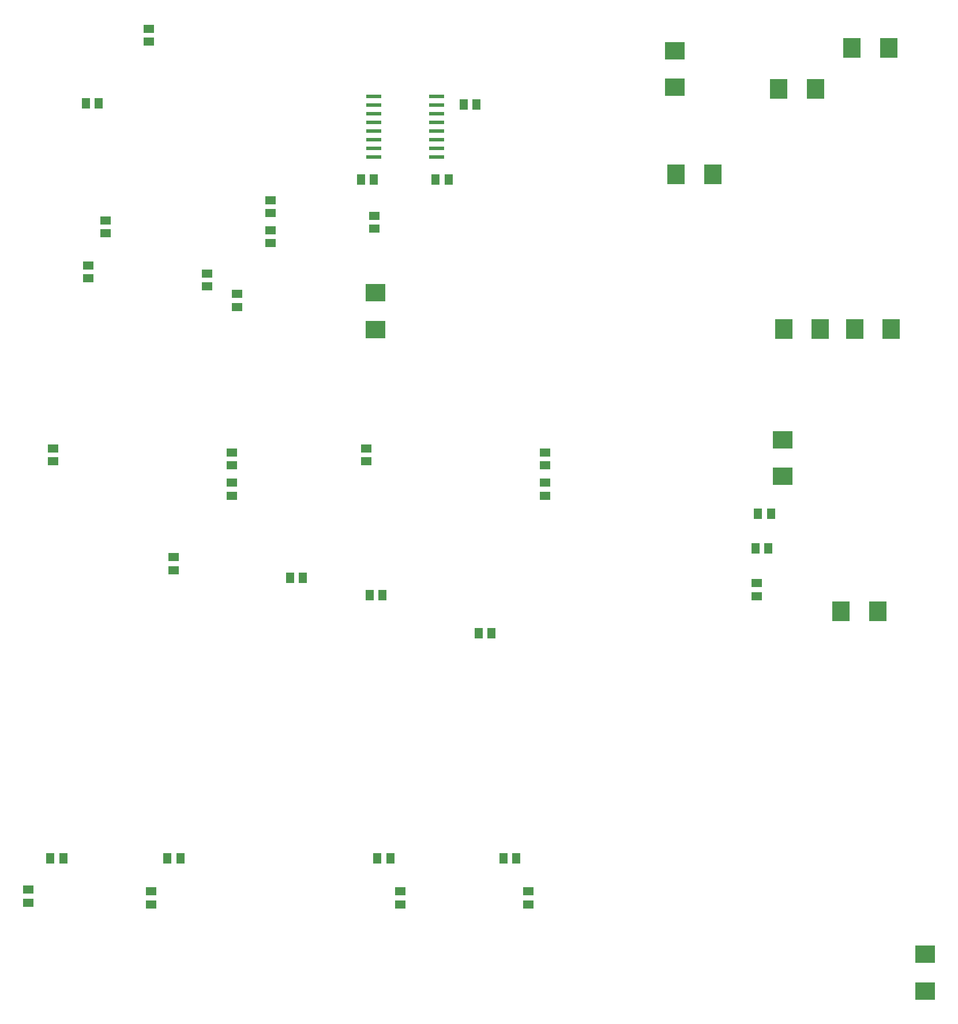
<source format=gbr>
G04 EAGLE Gerber RS-274X export*
G75*
%MOMM*%
%FSLAX34Y34*%
%LPD*%
%INSolderpaste Bottom*%
%IPPOS*%
%AMOC8*
5,1,8,0,0,1.08239X$1,22.5*%
G01*
%ADD10R,1.300000X1.500000*%
%ADD11R,1.300000X1.600000*%
%ADD12R,1.600000X1.300000*%
%ADD13R,2.200000X0.600000*%
%ADD14R,3.000000X2.500000*%
%ADD15R,1.500000X1.300000*%
%ADD16R,2.500000X3.000000*%


D10*
X684445Y1808480D03*
X703445Y1808480D03*
X574700Y1808480D03*
X593700Y1808480D03*
D11*
X725195Y1917920D03*
X744195Y1917920D03*
D12*
X393065Y1621180D03*
X393065Y1640180D03*
X348615Y1651279D03*
X348615Y1670279D03*
D13*
X593445Y1854200D03*
X685445Y1879600D03*
X593445Y1841500D03*
X593445Y1866900D03*
X593445Y1879600D03*
X685445Y1866900D03*
X685445Y1892300D03*
X685445Y1905000D03*
X593445Y1905000D03*
X685445Y1930400D03*
X593445Y1892300D03*
X593445Y1917700D03*
X685445Y1917700D03*
X593445Y1930400D03*
X685445Y1854200D03*
X685445Y1841500D03*
D12*
X173990Y1682090D03*
X173990Y1663090D03*
X199390Y1729130D03*
X199390Y1748130D03*
X594360Y1736115D03*
X594360Y1755115D03*
D14*
X595630Y1588280D03*
X595630Y1642280D03*
D12*
X441960Y1777975D03*
X441960Y1758975D03*
X441960Y1714525D03*
X441960Y1733525D03*
D15*
X384810Y1344320D03*
X384810Y1363320D03*
D12*
X122428Y1413612D03*
X122428Y1394612D03*
X384810Y1388770D03*
X384810Y1407770D03*
D15*
X844550Y1344320D03*
X844550Y1363320D03*
D12*
X582168Y1413612D03*
X582168Y1394612D03*
X844550Y1388770D03*
X844550Y1407770D03*
D16*
X1295705Y2001520D03*
X1349705Y2001520D03*
D14*
X1035558Y1943278D03*
X1035558Y1997278D03*
D16*
X1241755Y1941195D03*
X1187755Y1941195D03*
X1299388Y1588770D03*
X1353388Y1588770D03*
D14*
X1193800Y1426540D03*
X1193800Y1372540D03*
D16*
X1249135Y1588770D03*
X1195135Y1588770D03*
D11*
X118770Y812165D03*
X137770Y812165D03*
X290474Y812165D03*
X309474Y812165D03*
X617830Y812165D03*
X598830Y812165D03*
X802615Y812165D03*
X783615Y812165D03*
D10*
X1176630Y1318260D03*
X1157630Y1318260D03*
D16*
X1333576Y1175004D03*
X1279576Y1175004D03*
D14*
X1402588Y617652D03*
X1402588Y671652D03*
D12*
X263020Y2010080D03*
X263020Y2029080D03*
X86360Y766420D03*
X86360Y747420D03*
X266700Y763880D03*
X266700Y744880D03*
X632460Y763880D03*
X632460Y744880D03*
X820420Y763880D03*
X820420Y744880D03*
D11*
X489560Y1224280D03*
X470560Y1224280D03*
D12*
X299720Y1235100D03*
X299720Y1254100D03*
D16*
X1091260Y1816100D03*
X1037260Y1816100D03*
D11*
X587400Y1198880D03*
X606400Y1198880D03*
X747420Y1143000D03*
X766420Y1143000D03*
D10*
X189840Y1920240D03*
X170840Y1920240D03*
D11*
X1153820Y1267460D03*
X1172820Y1267460D03*
D12*
X1155700Y1216000D03*
X1155700Y1197000D03*
M02*

</source>
